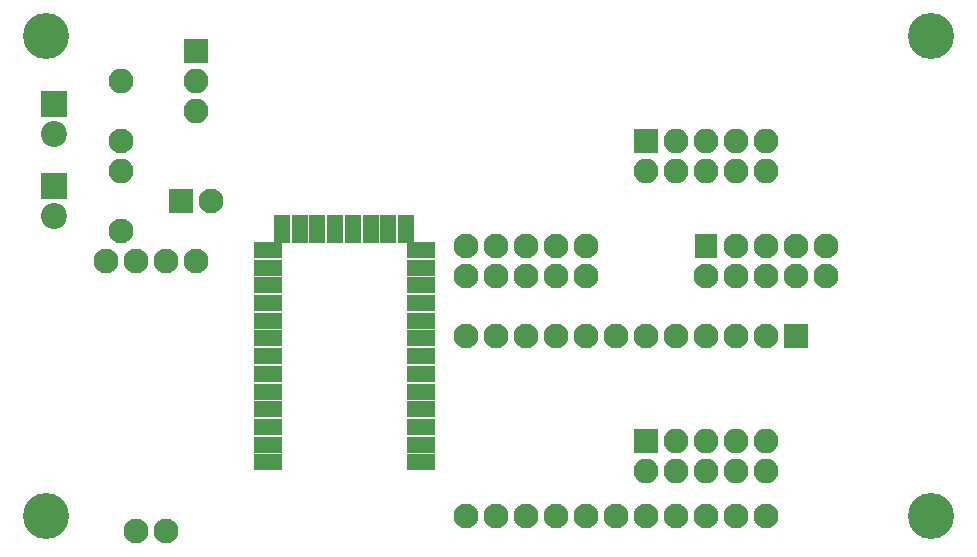
<source format=gts>
G04 #@! TF.FileFunction,Soldermask,Top*
%FSLAX46Y46*%
G04 Gerber Fmt 4.6, Leading zero omitted, Abs format (unit mm)*
G04 Created by KiCad (PCBNEW 4.0.7) date 09/09/17 09:10:53*
%MOMM*%
%LPD*%
G01*
G04 APERTURE LIST*
%ADD10C,0.100000*%
%ADD11R,2.100000X2.100000*%
%ADD12C,2.100000*%
%ADD13O,2.100000X2.100000*%
%ADD14R,2.400000X1.400000*%
%ADD15R,1.400000X2.400000*%
%ADD16R,2.200000X2.200000*%
%ADD17C,2.200000*%
%ADD18C,3.900000*%
%ADD19R,1.924000X2.100000*%
G04 APERTURE END LIST*
D10*
D11*
X132080000Y-90170000D03*
D12*
X134580000Y-90170000D03*
D11*
X171450000Y-110490000D03*
D13*
X171450000Y-113030000D03*
X173990000Y-110490000D03*
X173990000Y-113030000D03*
X176530000Y-110490000D03*
X176530000Y-113030000D03*
X179070000Y-110490000D03*
X179070000Y-113030000D03*
X181610000Y-110490000D03*
X181610000Y-113030000D03*
D11*
X171450000Y-85090000D03*
D13*
X171450000Y-87630000D03*
X173990000Y-85090000D03*
X173990000Y-87630000D03*
X176530000Y-85090000D03*
X176530000Y-87630000D03*
X179070000Y-85090000D03*
X179070000Y-87630000D03*
X181610000Y-85090000D03*
X181610000Y-87630000D03*
D11*
X133350000Y-77470000D03*
D13*
X133350000Y-80010000D03*
X133350000Y-82550000D03*
D14*
X152400000Y-112280000D03*
X152400000Y-110780000D03*
X152400000Y-109280000D03*
X152400000Y-107780000D03*
X152400000Y-106280000D03*
X152400000Y-104780000D03*
X152400000Y-103280000D03*
X152400000Y-101780000D03*
X152400000Y-100280000D03*
X152400000Y-98780000D03*
X152400000Y-97280000D03*
X152400000Y-95780000D03*
X152400000Y-94280000D03*
D15*
X151100000Y-92480000D03*
X149600000Y-92480000D03*
X148100000Y-92480000D03*
X146600000Y-92480000D03*
X145100000Y-92480000D03*
X143600000Y-92480000D03*
X142100000Y-92480000D03*
X140600000Y-92480000D03*
D14*
X139400000Y-94280000D03*
X139400000Y-95780000D03*
X139400000Y-97280000D03*
X139400000Y-98780000D03*
X139400000Y-100280000D03*
X139400000Y-101780000D03*
X139400000Y-103280000D03*
X139400000Y-104780000D03*
X139400000Y-106280000D03*
X139400000Y-107780000D03*
X139400000Y-109280000D03*
X139400000Y-110780000D03*
X139400000Y-112280000D03*
D16*
X121285000Y-81915000D03*
D17*
X121285000Y-84455000D03*
D16*
X121285000Y-88900000D03*
D17*
X121285000Y-91440000D03*
D12*
X127000000Y-85090000D03*
D13*
X127000000Y-80010000D03*
D12*
X127000000Y-92710000D03*
D13*
X127000000Y-87630000D03*
D18*
X120650000Y-76200000D03*
X195580000Y-76200000D03*
X195580000Y-116840000D03*
X120650000Y-116840000D03*
D12*
X133350000Y-95250000D03*
X130810000Y-95250000D03*
X128270000Y-95250000D03*
X125730000Y-95250000D03*
X130810000Y-118110000D03*
X128270000Y-118110000D03*
D19*
X176530000Y-93980000D03*
D12*
X176530000Y-96520000D03*
X179070000Y-93980000D03*
X179070000Y-96520000D03*
X181610000Y-93980000D03*
X181610000Y-96520000D03*
X184150000Y-93980000D03*
X184150000Y-96520000D03*
X186690000Y-93980000D03*
X186690000Y-96520000D03*
X156210000Y-93980000D03*
X156210000Y-96520000D03*
X158750000Y-93980000D03*
X158750000Y-96520000D03*
X161290000Y-93980000D03*
X161290000Y-96520000D03*
X163830000Y-93980000D03*
X163830000Y-96520000D03*
X166370000Y-93980000D03*
X166370000Y-96520000D03*
D11*
X184150000Y-101600000D03*
D12*
X181610000Y-101600000D03*
X179070000Y-101600000D03*
X176530000Y-101600000D03*
X173990000Y-101600000D03*
X171450000Y-101600000D03*
X168910000Y-101600000D03*
X166370000Y-101600000D03*
X163830000Y-101600000D03*
X161290000Y-101600000D03*
X158750000Y-101600000D03*
X156210000Y-101600000D03*
X156210000Y-116840000D03*
X158750000Y-116840000D03*
X161290000Y-116840000D03*
X163830000Y-116840000D03*
X166370000Y-116840000D03*
X168910000Y-116840000D03*
X171450000Y-116840000D03*
X173990000Y-116840000D03*
X176530000Y-116840000D03*
X179070000Y-116840000D03*
X181610000Y-116840000D03*
M02*

</source>
